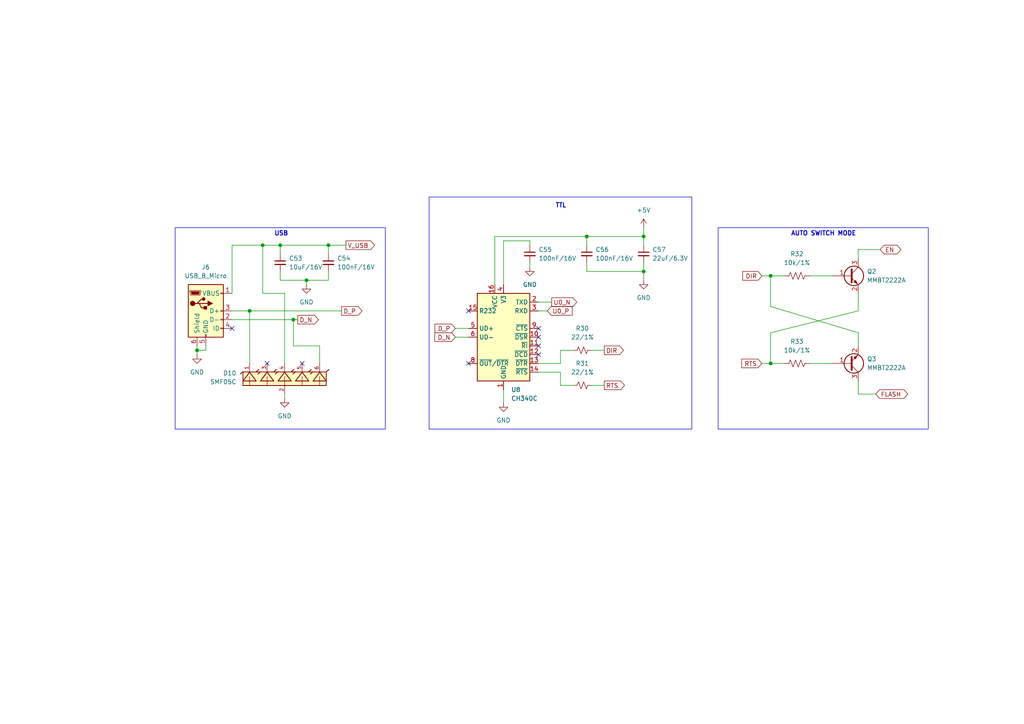
<source format=kicad_sch>
(kicad_sch (version 20231120) (generator "eeschema") (generator_version "8.0")
  (paper "A4")
  (title_block (title "USB_TTL") (date "2024-03-08"))
  (lib_symbols
    (symbol "Connector:USB_B_Micro" (pin_names (offset 1.016))
      (property "Reference" "J" (at -5.08 11.43 0))
      (property "Value" "USB_B_Micro" (at -5.08 8.89 0))
      (symbol "USB_B_Micro_0_1"
        (rectangle (start -5.08 -7.62) (end 5.08 7.62) (stroke (width 0.254)) (fill (type background)))
        (circle (center -3.81 2.159) (radius 0.635) (stroke (width 0.254)) (fill (type outline)))
        (circle (center -0.635 3.429) (radius 0.381) (stroke (width 0.254)) (fill (type outline)))
        (rectangle (start -0.127 -7.62) (end 0.127 -6.858))
        (polyline (pts (xy -1.905 2.159) (xy 0.635 2.159)) (stroke (width 0.254)))
        (polyline (pts (xy -3.175 2.159) (xy -2.54 2.159) (xy -1.27 3.429) (xy -0.635 3.429)) (stroke (width 0.254)))
        (polyline (pts (xy -2.54 2.159) (xy -1.905 2.159) (xy -1.27 0.889) (xy 0 0.889)) (stroke (width 0.254)))
        (polyline (pts (xy 0.635 2.794) (xy 0.635 1.524) (xy 1.905 2.159) (xy 0.635 2.794)) (stroke (width 0.254)) (fill (type outline)))
        (polyline (pts (xy -4.318 5.588) (xy -1.778 5.588) (xy -2.032 4.826) (xy -4.064 4.826) (xy -4.318 5.588)) (fill (type outline)))
        (polyline (pts (xy -4.699 5.842) (xy -4.699 5.588) (xy -4.445 4.826) (xy -4.445 4.572) (xy -1.651 4.572) (xy -1.651 4.826) (xy -1.397 5.588) (xy -1.397 5.842) (xy -4.699 5.842)))
        (rectangle (start 0.254 1.27) (end -0.508 0.508) (stroke (width 0.254)) (fill (type outline)))
        (rectangle (start 5.08 -5.207) (end 4.318 -4.953))
        (rectangle (start 5.08 -2.667) (end 4.318 -2.413))
        (rectangle (start 5.08 -0.127) (end 4.318 0.127))
        (rectangle (start 5.08 4.953) (end 4.318 5.207))
      )
      (symbol "USB_B_Micro_1_1"
        (pin power_out line (at 7.62 5.08 180) (length 2.54) (name "VBUS") (number "1"))
        (pin bidirectional line (at 7.62 -2.54 180) (length 2.54) (name "D-") (number "2"))
        (pin bidirectional line (at 7.62 0 180) (length 2.54) (name "D+") (number "3"))
        (pin passive line (at 7.62 -5.08 180) (length 2.54) (name "ID") (number "4"))
        (pin power_out line (at 0 -10.16 90) (length 2.54) (name "GND") (number "5"))
        (pin passive line (at -2.54 -10.16 90) (length 2.54) (name "Shield") (number "6"))
      )
    )
    (symbol "Device:C_Small" (pin_numbers hide) (pin_names (offset 0.254) hide)
      (property "Reference" "C" (at 0.254 1.778 0))
      (property "Value" "C_Small" (at 0.254 -2.032 0))
      (symbol "C_Small_0_1"
        (polyline (pts (xy -1.524 -0.508) (xy 1.524 -0.508)) (stroke (width 0.3302)))
        (polyline (pts (xy -1.524 0.508) (xy 1.524 0.508)) (stroke (width 0.3048)))
      )
      (symbol "C_Small_1_1"
        (pin passive line (at 0 2.54 270) (length 2.032) (name "~") (number "1"))
        (pin passive line (at 0 -2.54 90) (length 2.032) (name "~") (number "2"))
      )
    )
    (symbol "Device:R_Small_US" (pin_numbers hide) (pin_names (offset 0.254) hide)
      (property "Reference" "R" (at 0.762 0.508 0))
      (property "Value" "R_Small_US" (at 0.762 -1.016 0))
      (symbol "R_Small_US_1_1"
        (polyline (pts (xy 0 0) (xy 1.016 -0.381) (xy 0 -0.762) (xy -1.016 -1.143) (xy 0 -1.524)))
        (polyline (pts (xy 0 1.524) (xy 1.016 1.143) (xy 0 0.762) (xy -1.016 0.381) (xy 0 0)))
        (pin passive line (at 0 2.54 270) (length 1.016) (name "~") (number "1"))
        (pin passive line (at 0 -2.54 90) (length 1.016) (name "~") (number "2"))
      )
    )
    (symbol "Device:R_US" (pin_numbers hide) (pin_names (offset 0))
      (property "Reference" "R" (at 2.54 0 90))
      (property "Value" "R_US" (at -2.54 0 90))
      (symbol "R_US_0_1"
        (polyline (pts (xy 0 -2.286) (xy 0 -2.54)))
        (polyline (pts (xy 0 2.286) (xy 0 2.54)))
        (polyline (pts (xy 0 -0.762) (xy 1.016 -1.143) (xy 0 -1.524) (xy -1.016 -1.905) (xy 0 -2.286)))
        (polyline (pts (xy 0 0.762) (xy 1.016 0.381) (xy 0 0) (xy -1.016 -0.381) (xy 0 -0.762)))
        (polyline (pts (xy 0 2.286) (xy 1.016 1.905) (xy 0 1.524) (xy -1.016 1.143) (xy 0 0.762)))
      )
      (symbol "R_US_1_1"
        (pin passive line (at 0 3.81 270) (length 1.27) (name "~") (number "1"))
        (pin passive line (at 0 -3.81 90) (length 1.27) (name "~") (number "2"))
      )
    )
    (symbol "Interface_USB:CH340C"
      (property "Reference" "U" (at -5.08 13.97 0))
      (property "Value" "CH340C" (at 1.27 13.97 0))
      (symbol "CH340C_0_1"
        (rectangle (start -7.62 12.7) (end 7.62 -12.7) (stroke (width 0.254)) (fill (type background)))
      )
      (symbol "CH340C_1_1"
        (pin power_in line (at 0 -15.24 90) (length 2.54) (name "GND") (number "1"))
        (pin input line (at 10.16 0 180) (length 2.54) (name "~{DSR}") (number "10"))
        (pin input line (at 10.16 -2.54 180) (length 2.54) (name "~{RI}") (number "11"))
        (pin input line (at 10.16 -5.08 180) (length 2.54) (name "~{DCD}") (number "12"))
        (pin output line (at 10.16 -7.62 180) (length 2.54) (name "~{DTR}") (number "13"))
        (pin output line (at 10.16 -10.16 180) (length 2.54) (name "~{RTS}") (number "14"))
        (pin input line (at -10.16 7.62 0) (length 2.54) (name "R232") (number "15"))
        (pin power_in line (at -2.54 15.24 270) (length 2.54) (name "VCC") (number "16"))
        (pin output line (at 10.16 10.16 180) (length 2.54) (name "TXD") (number "2"))
        (pin input line (at 10.16 7.62 180) (length 2.54) (name "RXD") (number "3"))
        (pin power_out line (at 0 15.24 270) (length 2.54) (name "V3") (number "4"))
        (pin bidirectional line (at -10.16 2.54 0) (length 2.54) (name "UD+") (number "5"))
        (pin bidirectional line (at -10.16 0 0) (length 2.54) (name "UD-") (number "6"))
        (pin no_connect line (at -7.62 -5.08 0) (length 2.54) hide (name "NC") (number "7"))
        (pin output line (at -10.16 -7.62 0) (length 2.54) (name "~{OUT}/~{DTR}") (number "8"))
        (pin input line (at 10.16 2.54 180) (length 2.54) (name "~{CTS}") (number "9"))
      )
    )
    (symbol "MMBT2222A:MMBT2222A" (pin_names (offset 1.016))
      (property "Reference" "Q" (at 5.08 2.54 0))
      (property "Value" "MMBT2222A" (at 7.62 0 0))
      (symbol "MMBT2222A_0_1"
        (polyline (pts (xy 1.905 0.635) (xy 3.81 2.54)))
        (polyline (pts (xy 1.905 -0.635) (xy 3.81 -2.54) (xy 3.81 -2.54)))
        (polyline (pts (xy 1.905 1.905) (xy 1.905 -1.905) (xy 1.905 -1.905)) (stroke (width 0.508)))
        (polyline (pts (xy 2.54 -1.778) (xy 3.048 -1.27) (xy 3.556 -2.286) (xy 2.54 -1.778) (xy 2.54 -1.778)) (fill (type outline)))
        (circle (center 2.54 0) (radius 2.8194) (stroke (width 0.254)))
      )
      (symbol "MMBT2222A_1_1"
        (pin passive line (at -3.81 0 0) (length 5.715) (name "") (number "1"))
        (pin passive line (at 3.81 -5.08 90) (length 2.54) (name "") (number "2"))
        (pin passive line (at 3.81 5.08 270) (length 2.54) (name "") (number "3"))
      )
    )
    (symbol "SMF05C:SMF05C" (pin_names (offset 1.016))
      (property "Reference" "D" (at -23.0178 0.1016 0))
      (property "Value" "SMF05C" (at -23.0396 -1.9581 0))
      (symbol "SMF05C_0_0"
        (rectangle (start -9.525 1.3335) (end 14.605 -2.6035) (stroke (width 0.254)) (fill (type background)))
        (polyline (pts (xy -9.525 -1.27) (xy -5.715 -1.27)) (stroke (width 0.254)))
        (polyline (pts (xy -9.525 1.397) (xy -10.287 0.762)) (stroke (width 0.254)))
        (polyline (pts (xy -7.62 0) (xy -7.62 -2.54)) (stroke (width 0.1524)))
        (polyline (pts (xy -7.62 1.27) (xy -9.525 -1.27)) (stroke (width 0.254)))
        (polyline (pts (xy -5.715 -1.27) (xy -7.62 1.27)) (stroke (width 0.254)))
        (polyline (pts (xy -5.715 1.397) (xy -4.953 2.032)) (stroke (width 0.254)))
        (polyline (pts (xy -4.445 -1.27) (xy -0.635 -1.27)) (stroke (width 0.254)))
        (polyline (pts (xy -4.445 1.397) (xy -5.207 0.762)) (stroke (width 0.254)))
        (polyline (pts (xy -2.54 0) (xy -2.54 -2.54)) (stroke (width 0.1524)))
        (polyline (pts (xy -2.54 1.27) (xy -4.445 -1.27)) (stroke (width 0.254)))
        (polyline (pts (xy -0.635 -1.27) (xy -2.54 1.27)) (stroke (width 0.254)))
        (polyline (pts (xy -0.635 1.397) (xy 0.127 2.032)) (stroke (width 0.254)))
        (polyline (pts (xy 0.635 -1.27) (xy 4.445 -1.27)) (stroke (width 0.254)))
        (polyline (pts (xy 0.635 1.397) (xy -0.127 0.762)) (stroke (width 0.254)))
        (polyline (pts (xy 2.54 0) (xy 2.54 -2.54)) (stroke (width 0.1524)))
        (polyline (pts (xy 2.54 1.27) (xy 0.635 -1.27)) (stroke (width 0.254)))
        (polyline (pts (xy 4.445 -1.27) (xy 2.54 1.27)) (stroke (width 0.254)))
        (polyline (pts (xy 4.445 1.397) (xy 5.207 2.032)) (stroke (width 0.254)))
        (polyline (pts (xy 5.715 -1.27) (xy 9.525 -1.27)) (stroke (width 0.254)))
        (polyline (pts (xy 5.715 1.397) (xy 4.953 0.762)) (stroke (width 0.254)))
        (polyline (pts (xy 7.62 0) (xy 7.62 -2.54)) (stroke (width 0.1524)))
        (polyline (pts (xy 7.62 1.27) (xy 5.715 -1.27)) (stroke (width 0.254)))
        (polyline (pts (xy 9.525 -1.27) (xy 7.62 1.27)) (stroke (width 0.254)))
        (polyline (pts (xy 9.525 1.397) (xy 10.287 2.032)) (stroke (width 0.254)))
        (polyline (pts (xy 10.795 -1.27) (xy 14.605 -1.27)) (stroke (width 0.254)))
        (polyline (pts (xy 10.795 1.397) (xy 10.033 0.762)) (stroke (width 0.254)))
        (polyline (pts (xy 12.7 0) (xy 12.7 -2.54)) (stroke (width 0.1524)))
        (polyline (pts (xy 12.7 1.27) (xy 10.795 -1.27)) (stroke (width 0.254)))
        (polyline (pts (xy 14.605 -1.27) (xy 12.7 1.27)) (stroke (width 0.254)))
        (polyline (pts (xy 14.605 1.397) (xy 15.367 2.032)) (stroke (width 0.254)))
        (pin passive line (at -7.62 3.81 270) (length 2.54) (name "~") (number "1"))
        (pin passive line (at 2.54 -5.08 90) (length 2.54) (name "~") (number "2"))
        (pin passive line (at -2.54 3.81 270) (length 2.54) (name "~") (number "3"))
        (pin passive line (at 2.54 3.81 270) (length 2.54) (name "~") (number "4"))
        (pin passive line (at 7.62 3.81 270) (length 2.54) (name "~") (number "5"))
        (pin passive line (at 12.7 3.81 270) (length 2.54) (name "~") (number "6"))
      )
    )
    (symbol "power:+5V" (power) (pin_names (offset 0))
      (property "Value" "+5V" (at 0 3.556 0))
      (symbol "+5V_0_1"
        (polyline (pts (xy -0.762 1.27) (xy 0 2.54)))
        (polyline (pts (xy 0 0) (xy 0 2.54)))
        (polyline (pts (xy 0 2.54) (xy 0.762 1.27)))
      )
      (symbol "+5V_1_1"
        (pin power_in line (at 0 0 90) (length 0) hide (name "+5V") (number "1"))
      )
    )
    (symbol "power:GND" (power) (pin_names (offset 0))
      (property "Value" "GND" (at 0 -3.81 0))
      (symbol "GND_0_1"
        (polyline (pts (xy 0 0) (xy 0 -1.27) (xy 1.27 -1.27) (xy 0 -2.54) (xy -1.27 -1.27) (xy 0 -1.27)))
      )
      (symbol "GND_1_1"
        (pin power_in line (at 0 0 270) (length 0) hide (name "GND") (number "1"))
      )
    )
  )
  (junction (at 57.15 101.6))
  (junction (at 76.2 71.12))
  (junction (at 72.39 90.17))
  (junction (at 223.52 105.41))
  (junction (at 186.69 78.74))
  (junction (at 223.52 80.01))
  (junction (at 85.09 92.71))
  (junction (at 81.28 71.12))
  (junction (at 170.18 68.58))
  (junction (at 95.25 71.12))
  (junction (at 186.69 68.58))
  (junction (at 88.9 81.28))
  (no_connect (at 156.21 95.25))
  (no_connect (at 156.21 102.87))
  (no_connect (at 135.89 90.17))
  (no_connect (at 156.21 97.79))
  (no_connect (at 135.89 105.41))
  (no_connect (at 67.31 95.25))
  (no_connect (at 77.47 105.41))
  (no_connect (at 87.63 105.41))
  (no_connect (at 156.21 100.33))
  (wire (pts (xy 234.95 105.41) (xy 241.3 105.41)))
  (wire (pts (xy 88.9 81.28) (xy 95.25 81.28)))
  (wire (pts (xy 92.71 100.33) (xy 85.09 100.33)))
  (wire (pts (xy 156.21 90.17) (xy 158.75 90.17)))
  (wire (pts (xy 67.31 92.71) (xy 85.09 92.71)))
  (wire (pts (xy 223.52 105.41) (xy 223.52 96.52)))
  (wire (pts (xy 234.95 80.01) (xy 241.3 80.01)))
  (wire (pts (xy 170.18 68.58) (xy 186.69 68.58)))
  (wire (pts (xy 162.56 101.6) (xy 166.37 101.6)))
  (wire (pts (xy 248.92 72.39) (xy 248.92 74.93)))
  (wire (pts (xy 92.71 105.41) (xy 92.71 100.33)))
  (wire (pts (xy 85.09 100.33) (xy 85.09 92.71)))
  (wire (pts (xy 186.69 78.74) (xy 186.69 81.28)))
  (wire (pts (xy 57.15 101.6) (xy 59.69 101.6)))
  (wire (pts (xy 88.9 81.28) (xy 88.9 82.55)))
  (wire (pts (xy 132.08 97.79) (xy 135.89 97.79)))
  (wire (pts (xy 81.28 78.74) (xy 81.28 81.28)))
  (wire (pts (xy 72.39 90.17) (xy 99.06 90.17)))
  (wire (pts (xy 153.67 69.85) (xy 153.67 71.12)))
  (wire (pts (xy 220.98 80.01) (xy 223.52 80.01)))
  (wire (pts (xy 57.15 101.6) (xy 57.15 102.87)))
  (wire (pts (xy 223.52 96.52) (xy 248.92 90.17)))
  (wire (pts (xy 57.15 100.33) (xy 57.15 101.6)))
  (wire (pts (xy 82.55 114.3) (xy 82.55 115.57)))
  (wire (pts (xy 223.52 88.9) (xy 248.92 96.52)))
  (wire (pts (xy 132.08 95.25) (xy 135.89 95.25)))
  (wire (pts (xy 59.69 101.6) (xy 59.69 100.33)))
  (wire (pts (xy 255.27 72.39) (xy 248.92 72.39)))
  (wire (pts (xy 95.25 81.28) (xy 95.25 78.74)))
  (wire (pts (xy 95.25 71.12) (xy 95.25 73.66)))
  (wire (pts (xy 143.51 68.58) (xy 170.18 68.58)))
  (wire (pts (xy 156.21 105.41) (xy 162.56 105.41)))
  (wire (pts (xy 146.05 113.03) (xy 146.05 116.84)))
  (wire (pts (xy 186.69 76.2) (xy 186.69 78.74)))
  (wire (pts (xy 156.21 87.63) (xy 160.02 87.63)))
  (wire (pts (xy 248.92 114.3) (xy 254 114.3)))
  (wire (pts (xy 143.51 68.58) (xy 143.51 82.55)))
  (wire (pts (xy 223.52 80.01) (xy 223.52 88.9)))
  (wire (pts (xy 67.31 71.12) (xy 76.2 71.12)))
  (wire (pts (xy 95.25 71.12) (xy 100.33 71.12)))
  (wire (pts (xy 171.45 101.6) (xy 175.26 101.6)))
  (wire (pts (xy 171.45 111.76) (xy 175.26 111.76)))
  (wire (pts (xy 146.05 82.55) (xy 146.05 69.85)))
  (wire (pts (xy 82.55 105.41) (xy 82.55 85.09)))
  (wire (pts (xy 162.56 107.95) (xy 162.56 111.76)))
  (wire (pts (xy 81.28 81.28) (xy 88.9 81.28)))
  (wire (pts (xy 156.21 107.95) (xy 162.56 107.95)))
  (wire (pts (xy 223.52 80.01) (xy 227.33 80.01)))
  (wire (pts (xy 153.67 77.47) (xy 153.67 76.2)))
  (wire (pts (xy 81.28 71.12) (xy 81.28 73.66)))
  (wire (pts (xy 146.05 69.85) (xy 153.67 69.85)))
  (wire (pts (xy 162.56 111.76) (xy 166.37 111.76)))
  (wire (pts (xy 81.28 71.12) (xy 95.25 71.12)))
  (wire (pts (xy 72.39 90.17) (xy 72.39 105.41)))
  (wire (pts (xy 76.2 71.12) (xy 81.28 71.12)))
  (wire (pts (xy 170.18 68.58) (xy 170.18 71.12)))
  (wire (pts (xy 220.98 105.41) (xy 223.52 105.41)))
  (wire (pts (xy 223.52 105.41) (xy 227.33 105.41)))
  (wire (pts (xy 248.92 90.17) (xy 248.92 85.09)))
  (wire (pts (xy 85.09 92.71) (xy 86.36 92.71)))
  (wire (pts (xy 170.18 76.2) (xy 170.18 78.74)))
  (wire (pts (xy 186.69 66.04) (xy 186.69 68.58)))
  (wire (pts (xy 186.69 68.58) (xy 186.69 71.12)))
  (wire (pts (xy 82.55 85.09) (xy 76.2 85.09)))
  (wire (pts (xy 170.18 78.74) (xy 186.69 78.74)))
  (wire (pts (xy 248.92 110.49) (xy 248.92 114.3)))
  (wire (pts (xy 248.92 96.52) (xy 248.92 100.33)))
  (wire (pts (xy 67.31 85.09) (xy 67.31 71.12)))
  (wire (pts (xy 67.31 90.17) (xy 72.39 90.17)))
  (wire (pts (xy 162.56 105.41) (xy 162.56 101.6)))
  (wire (pts (xy 76.2 85.09) (xy 76.2 71.12)))
  (rectangle (start 124.46 57.15) (end 200.66 124.46))
  (rectangle (start 208.28 66.04) (end 269.24 124.46))
  (rectangle (start 50.8 66.04) (end 111.76 124.46))
  (text "TTL" (at 161.036 60.452 0) (effects (font (size 1.27 1.27) (thickness 0.254) (bold yes)) (justify left bottom)))
  (text "AUTO SWITCH MODE" (at 229.362 68.58 0) (effects (font (size 1.27 1.27) (thickness 0.254) (bold yes)) (justify left bottom)))
  (text "USB" (at 79.502 68.58 0) (effects (font (size 1.27 1.27) (thickness 0.254) (bold yes)) (justify left bottom)))
  (global_label "D_N" (shape output) (at 86.36 92.71 0) (property "Intersheetrefs" "${INTERSHEET_REFS}" (effects (hide yes))))
  (global_label "U0_N" (shape output) (at 160.02 87.63 0) (property "Intersheetrefs" "${INTERSHEET_REFS}" (effects (hide yes))))
  (global_label "V_USB" (shape output) (at 100.33 71.12 0) (property "Intersheetrefs" "${INTERSHEET_REFS}" (effects (hide yes))))
  (global_label "DIR" (shape input) (at 220.98 80.01 180) (property "Intersheetrefs" "${INTERSHEET_REFS}" (effects (hide yes))))
  (global_label "D_P" (shape output) (at 99.06 90.17 0) (property "Intersheetrefs" "${INTERSHEET_REFS}" (effects (hide yes))))
  (global_label "D_P" (shape input) (at 132.08 95.25 180) (property "Intersheetrefs" "${INTERSHEET_REFS}" (effects (hide yes))))
  (global_label "RTS" (shape output) (at 175.26 111.76 0) (property "Intersheetrefs" "${INTERSHEET_REFS}" (effects (hide yes))))
  (global_label "RTS" (shape input) (at 220.98 105.41 180) (property "Intersheetrefs" "${INTERSHEET_REFS}" (effects (hide yes))))
  (global_label "U0_P" (shape input) (at 158.75 90.17 0) (property "Intersheetrefs" "${INTERSHEET_REFS}" (effects (hide yes))))
  (global_label "FLASH" (shape bidirectional) (at 254 114.3 0) (property "Intersheetrefs" "${INTERSHEET_REFS}" (effects (hide yes))))
  (global_label "EN" (shape bidirectional) (at 255.27 72.39 0) (property "Intersheetrefs" "${INTERSHEET_REFS}" (effects (hide yes))))
  (global_label "DIR" (shape output) (at 175.26 101.6 0) (property "Intersheetrefs" "${INTERSHEET_REFS}" (effects (hide yes))))
  (global_label "D_N" (shape input) (at 132.08 97.79 180) (property "Intersheetrefs" "${INTERSHEET_REFS}" (effects (hide yes))))
  (symbol (lib_id "Interface_USB:CH340C") (at 146.05 97.79 0) (unit 1)
    (property "Reference" "U8" (at 148.2441 113.03 0) (effects (justify left)))
    (property "Value" "CH340C" (at 148.2441 115.57 0) (effects (justify left)))
    (property "Footprint" "Package_SO:SOIC-16_3.9x9.9mm_P1.27mm" (effects (hide yes)))
    (property "Datasheet" "https://datasheet.lcsc.com/szlcsc/Jiangsu-Qin-Heng-CH340C_C84681.pdf" (effects (hide yes)))
    (property "URL" "https://www.thegioiic.com/ch340c-ic-usb-transceiver-2mbps-16-sop" (effects (hide yes)))
  )
  (symbol (lib_id "power:GND") (at 82.55 115.57 0) (unit 1)
    (property "Reference" "#PWR076" (effects (hide yes)))
    (property "Value" "GND" (at 82.55 120.65 0))
  )
  (symbol (lib_id "power:GND") (at 153.67 77.47 0) (unit 1)
    (property "Reference" "#PWR079" (effects (hide yes)))
    (property "Value" "GND" (at 153.67 82.55 0))
  )
  (symbol (lib_id "Device:R_Small_US") (at 168.91 101.6 90) (unit 1)
    (property "Reference" "R30" (at 168.91 95.25 90))
    (property "Value" "22/1%" (at 168.91 97.79 90))
    (property "Footprint" "Resistor_SMD:R_0603_1608Metric_Pad0.98x0.95mm_HandSolder" (effects (hide yes)))
    (property "URL" "https://www.thegioiic.com/dien-tro-22-ohm-0603-1-" (effects (hide yes)))
  )
  (symbol (lib_id "SMF05C:SMF05C") (at 80.01 109.22 0) (unit 1)
    (property "Reference" "D10" (at 68.58 108.2357 0) (effects (justify right)))
    (property "Value" "SMF05C" (at 68.58 110.7757 0) (effects (justify right)))
    (property "Footprint" "SMF05C:SC70-6" (effects (hide yes)))
    (property "Description" "SMF05C ESD Protection Diode Array SOT-363" (effects (hide yes)))
    (property "URL" "https://www.thegioiic.com/smf05c-esd-protection-diode-array-sot-363" (effects (hide yes)))
  )
  (symbol (lib_id "Device:C_Small") (at 186.69 73.66 0) (unit 1)
    (property "Reference" "C57" (at 189.23 72.3963 0) (effects (justify left)))
    (property "Value" "22uF/6.3V" (at 189.23 74.9363 0) (effects (justify left)))
    (property "Footprint" "Capacitor_SMD:C_0603_1608Metric_Pad1.08x0.95mm_HandSolder" (effects (hide yes)))
    (property "URL" "https://www.thegioiic.com/tu-gom-0603-22uf-6-3v" (effects (hide yes)))
  )
  (symbol (lib_id "Device:R_US") (at 231.14 105.41 90) (unit 1)
    (property "Reference" "R33" (at 231.14 99.06 90))
    (property "Value" "10k/1%" (at 231.14 101.6 90))
    (property "Footprint" "Resistor_SMD:R_0603_1608Metric_Pad0.98x0.95mm_HandSolder" (effects (hide yes)))
    (property "URL" "https://www.thegioiic.com/dien-tro-10-kohm-0603-1-" (effects (hide yes)))
  )
  (symbol (lib_id "MMBT2222A:MMBT2222A") (at 245.11 105.41 0) (mirror x) (unit 1)
    (property "Reference" "Q3" (at 251.46 104.14 0) (effects (justify left)))
    (property "Value" "MMBT2222A" (at 251.46 106.68 0) (effects (justify left)))
    (property "Footprint" "MMBT2222A:SOT103P240X110-3N" (effects (hide yes)))
  )
  (symbol (lib_id "Device:C_Small") (at 95.25 76.2 0) (unit 1)
    (property "Reference" "C54" (at 97.79 74.9363 0) (effects (justify left)))
    (property "Value" "100nF/16V" (at 97.79 77.4763 0) (effects (justify left)))
    (property "Footprint" "Capacitor_SMD:C_0603_1608Metric_Pad1.08x0.95mm_HandSolder" (effects (hide yes)))
    (property "URL" "https://www.thegioiic.com/tu-gom-0603-100nf-0-1uf-16v" (effects (hide yes)))
  )
  (symbol (lib_id "power:GND") (at 57.15 102.87 0) (unit 1)
    (property "Reference" "#PWR075" (effects (hide yes)))
    (property "Value" "GND" (at 57.15 107.95 0))
  )
  (symbol (lib_id "power:GND") (at 146.05 116.84 0) (unit 1)
    (property "Reference" "#PWR078" (effects (hide yes)))
    (property "Value" "GND" (at 146.05 121.92 0))
  )
  (symbol (lib_id "Device:R_US") (at 231.14 80.01 90) (unit 1)
    (property "Reference" "R32" (at 231.14 73.66 90))
    (property "Value" "10k/1%" (at 231.14 76.2 90))
    (property "Footprint" "Resistor_SMD:R_0603_1608Metric_Pad0.98x0.95mm_HandSolder" (effects (hide yes)))
    (property "URL" "https://www.thegioiic.com/dien-tro-10-kohm-0603-1-" (effects (hide yes)))
  )
  (symbol (lib_id "Connector:USB_B_Micro") (at 59.69 90.17 0) (unit 1)
    (property "Reference" "J6" (at 59.69 77.47 0))
    (property "Value" "USB_B_Micro" (at 59.69 80.01 0))
    (property "Footprint" "Connector_USB:USB_Micro-B_Wuerth_629105150521" (effects (hide yes)))
    (property "URL" "https://www.thegioiic.com/cong-usb-micro-b-2-0-dau-cai-5-chan-smd-v2" (effects (hide yes)))
  )
  (symbol (lib_id "power:GND") (at 88.9 82.55 0) (unit 1)
    (property "Reference" "#PWR077" (effects (hide yes)))
    (property "Value" "GND" (at 88.9 87.63 0))
  )
  (symbol (lib_id "Device:C_Small") (at 81.28 76.2 0) (unit 1)
    (property "Reference" "C53" (at 83.82 74.9363 0) (effects (justify left)))
    (property "Value" "10uF/16V" (at 83.82 77.4763 0) (effects (justify left)))
    (property "Footprint" "Capacitor_SMD:C_0603_1608Metric_Pad1.08x0.95mm_HandSolder" (effects (hide yes)))
    (property "URL" "https://www.thegioiic.com/tu-gom-0603-10uf-16v" (effects (hide yes)))
  )
  (symbol (lib_id "Device:C_Small") (at 153.67 73.66 0) (unit 1)
    (property "Reference" "C55" (at 156.21 72.3963 0) (effects (justify left)))
    (property "Value" "100nF/16V" (at 156.21 74.9363 0) (effects (justify left)))
    (property "Footprint" "Capacitor_SMD:C_0603_1608Metric_Pad1.08x0.95mm_HandSolder" (effects (hide yes)))
    (property "URL" "https://www.thegioiic.com/tu-gom-0603-100nf-0-1uf-16v" (effects (hide yes)))
  )
  (symbol (lib_id "MMBT2222A:MMBT2222A") (at 245.11 80.01 0) (unit 1)
    (property "Reference" "Q2" (at 251.46 78.74 0) (effects (justify left)))
    (property "Value" "MMBT2222A" (at 251.46 81.28 0) (effects (justify left)))
    (property "Footprint" "MMBT2222A:SOT103P240X110-3N" (effects (hide yes)))
  )
  (symbol (lib_id "power:+5V") (at 186.69 66.04 0) (unit 1)
    (property "Reference" "#PWR080" (effects (hide yes)))
    (property "Value" "+5V" (at 186.69 60.96 0))
  )
  (symbol (lib_id "power:GND") (at 186.69 81.28 0) (unit 1)
    (property "Reference" "#PWR081" (effects (hide yes)))
    (property "Value" "GND" (at 186.69 86.36 0))
  )
  (symbol (lib_id "Device:R_Small_US") (at 168.91 111.76 90) (unit 1)
    (property "Reference" "R31" (at 168.91 105.41 90))
    (property "Value" "22/1%" (at 168.91 107.95 90))
    (property "Footprint" "Resistor_SMD:R_0603_1608Metric_Pad0.98x0.95mm_HandSolder" (effects (hide yes)))
    (property "URL" "https://www.thegioiic.com/dien-tro-22-ohm-0603-1-" (effects (hide yes)))
  )
  (symbol (lib_id "Device:C_Small") (at 170.18 73.66 0) (unit 1)
    (property "Reference" "C56" (at 172.72 72.3963 0) (effects (justify left)))
    (property "Value" "100nF/16V" (at 172.72 74.9363 0) (effects (justify left)))
    (property "Footprint" "Capacitor_SMD:C_0603_1608Metric_Pad1.08x0.95mm_HandSolder" (effects (hide yes)))
    (property "URL" "https://www.thegioiic.com/tu-gom-0603-100nf-0-1uf-16v" (effects (hide yes)))
  )
)
</source>
